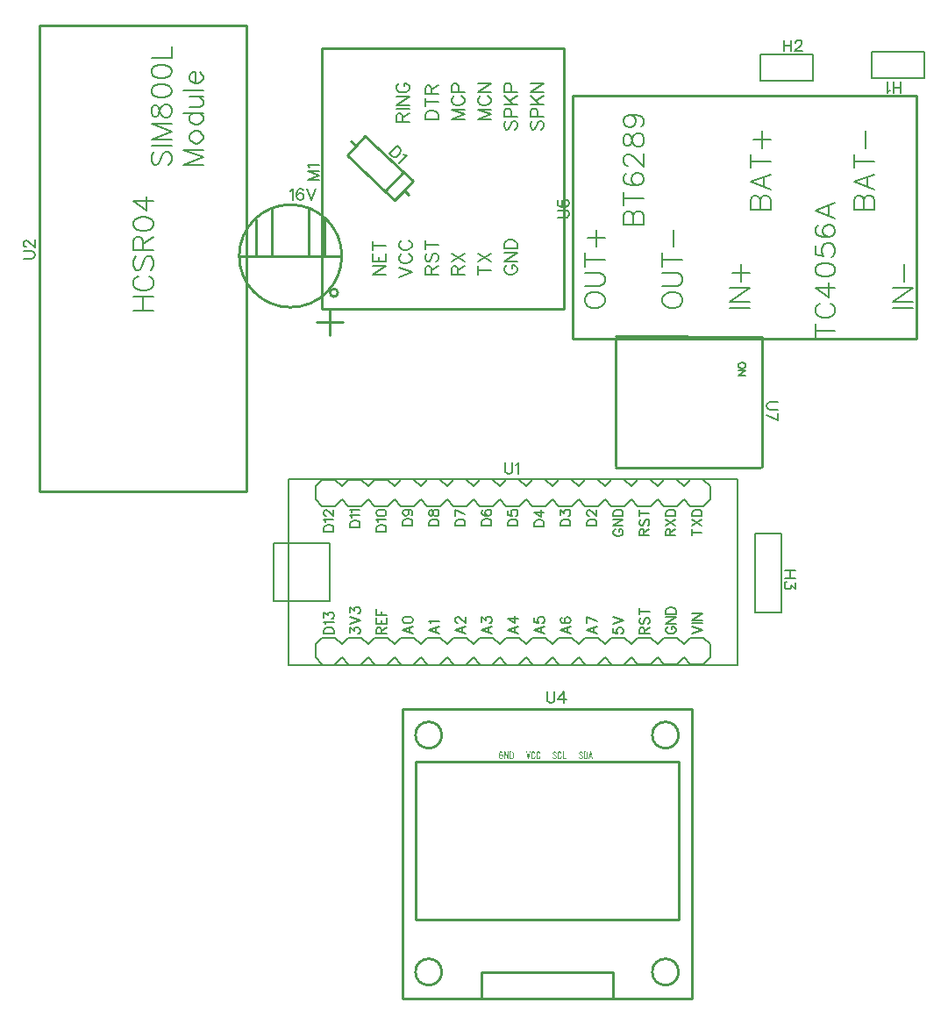
<source format=gto>
G04 Layer: TopSilkscreenLayer*
G04 EasyEDA v6.5.47, 2024-12-02 16:04:41*
G04 21ecff18f707448a99b4ba636b948567,dcd0ed1caef0489ea57f60499794c5f0,10*
G04 Gerber Generator version 0.2*
G04 Scale: 100 percent, Rotated: No, Reflected: No *
G04 Dimensions in inches *
G04 leading zeros omitted , absolute positions ,3 integer and 6 decimal *
%FSLAX36Y36*%
%MOIN*%

%ADD10C,0.0060*%
%ADD11C,0.0080*%
%ADD12C,0.0059*%
%ADD13C,0.0100*%
%ADD14C,0.0060*%
%ADD15C,0.0153*%

%LPD*%
G36*
X1424900Y173000D02*
G01*
X1421660Y172440D01*
X1419199Y170820D01*
X1417640Y168140D01*
X1417100Y164500D01*
X1417100Y153100D01*
X1417680Y149460D01*
X1419280Y146780D01*
X1421780Y145160D01*
X1425000Y144600D01*
X1428260Y145140D01*
X1430740Y146760D01*
X1432340Y149320D01*
X1432900Y152800D01*
X1432900Y159800D01*
X1425000Y159800D01*
X1425000Y157000D01*
X1429800Y157000D01*
X1429800Y152800D01*
X1429460Y150560D01*
X1428480Y148920D01*
X1426980Y147940D01*
X1425000Y147600D01*
X1423100Y147940D01*
X1421639Y148960D01*
X1420720Y150680D01*
X1420400Y153100D01*
X1420400Y164500D01*
X1420700Y166900D01*
X1421560Y168580D01*
X1422980Y169579D01*
X1424900Y169899D01*
X1426780Y169600D01*
X1428220Y168660D01*
X1429139Y167079D01*
X1429500Y164800D01*
X1432700Y164800D01*
X1432060Y168320D01*
X1430480Y170880D01*
X1428080Y172460D01*
G37*
G36*
X1437200Y172600D02*
G01*
X1437200Y145000D01*
X1440500Y145000D01*
X1440460Y159980D01*
X1440200Y166500D01*
X1440300Y166500D01*
X1443000Y159800D01*
X1449800Y145000D01*
X1453000Y145000D01*
X1453000Y172600D01*
X1449800Y172600D01*
X1449800Y159800D01*
X1449980Y155460D01*
X1450300Y151100D01*
X1450200Y151100D01*
X1448120Y155920D01*
X1440500Y172600D01*
G37*
G36*
X1458800Y172600D02*
G01*
X1458800Y169500D01*
X1465400Y169500D01*
X1467580Y169160D01*
X1469180Y168160D01*
X1470160Y166460D01*
X1470500Y164100D01*
X1470500Y153500D01*
X1470160Y151140D01*
X1469139Y149460D01*
X1467540Y148440D01*
X1465400Y148100D01*
X1462000Y148100D01*
X1462000Y169500D01*
X1458800Y169500D01*
X1458800Y145000D01*
X1465400Y145000D01*
X1468899Y145560D01*
X1471500Y147200D01*
X1473140Y149800D01*
X1473700Y153300D01*
X1473700Y164200D01*
X1473140Y167740D01*
X1471500Y170380D01*
X1468899Y172040D01*
X1465400Y172600D01*
G37*
G36*
X1547900Y173100D02*
G01*
X1544760Y172540D01*
X1542320Y170880D01*
X1540760Y168200D01*
X1540200Y164600D01*
X1540200Y153000D01*
X1540760Y149360D01*
X1542340Y146680D01*
X1544800Y145060D01*
X1548000Y144500D01*
X1551240Y145040D01*
X1553680Y146640D01*
X1555300Y149220D01*
X1556000Y152700D01*
X1552800Y152700D01*
X1552340Y150460D01*
X1551380Y148880D01*
X1549940Y147920D01*
X1548000Y147600D01*
X1546160Y147920D01*
X1544740Y148920D01*
X1543820Y150600D01*
X1543500Y153000D01*
X1543500Y164600D01*
X1543800Y167000D01*
X1544680Y168680D01*
X1546080Y169680D01*
X1547900Y170000D01*
X1549780Y169700D01*
X1551220Y168760D01*
X1552180Y167140D01*
X1552600Y164800D01*
X1555800Y164800D01*
X1555140Y168380D01*
X1553540Y170980D01*
X1551080Y172560D01*
G37*
G36*
X1567000Y173100D02*
G01*
X1563880Y172540D01*
X1561480Y170880D01*
X1559940Y168200D01*
X1559400Y164600D01*
X1559400Y153000D01*
X1559960Y149360D01*
X1561519Y146680D01*
X1563959Y145060D01*
X1567100Y144500D01*
X1570340Y145040D01*
X1572800Y146640D01*
X1574440Y149220D01*
X1575200Y152700D01*
X1572000Y152700D01*
X1571519Y150460D01*
X1570520Y148880D01*
X1569040Y147920D01*
X1567100Y147600D01*
X1565260Y147920D01*
X1563839Y148920D01*
X1562920Y150600D01*
X1562600Y153000D01*
X1562600Y164600D01*
X1562920Y167000D01*
X1563820Y168680D01*
X1565220Y169680D01*
X1567000Y170000D01*
X1568940Y169700D01*
X1570380Y168760D01*
X1571339Y167140D01*
X1571800Y164800D01*
X1575000Y164800D01*
X1574300Y168380D01*
X1572680Y170980D01*
X1570240Y172560D01*
G37*
G36*
X1520400Y172600D02*
G01*
X1527200Y145000D01*
X1530900Y145000D01*
X1537800Y172600D01*
X1534300Y172600D01*
X1530180Y154440D01*
X1529100Y149200D01*
X1529000Y149200D01*
X1527500Y156400D01*
X1523700Y172600D01*
G37*
G36*
X1628899Y173100D02*
G01*
X1625900Y172580D01*
X1623600Y171119D01*
X1622120Y168920D01*
X1621600Y166200D01*
X1621840Y164340D01*
X1622480Y162760D01*
X1623440Y161400D01*
X1624660Y160260D01*
X1626040Y159240D01*
X1630340Y156540D01*
X1631560Y155620D01*
X1632520Y154580D01*
X1633160Y153380D01*
X1633400Y152000D01*
X1633140Y150220D01*
X1632320Y148820D01*
X1630960Y147920D01*
X1629000Y147600D01*
X1627160Y147900D01*
X1625720Y148780D01*
X1624780Y150260D01*
X1624400Y152300D01*
X1621100Y152300D01*
X1621720Y149060D01*
X1623320Y146600D01*
X1625800Y145040D01*
X1629000Y144500D01*
X1632320Y145120D01*
X1634720Y146780D01*
X1636200Y149180D01*
X1636699Y152000D01*
X1636459Y153940D01*
X1635820Y155560D01*
X1634840Y156940D01*
X1633620Y158100D01*
X1632220Y159120D01*
X1627880Y161759D01*
X1626660Y162680D01*
X1625680Y163680D01*
X1625040Y164840D01*
X1624800Y166200D01*
X1625100Y167760D01*
X1625920Y168960D01*
X1627240Y169720D01*
X1629000Y170000D01*
X1630640Y169720D01*
X1631920Y168880D01*
X1632760Y167460D01*
X1633100Y165500D01*
X1636399Y165500D01*
X1635800Y168580D01*
X1634300Y170980D01*
X1631980Y172540D01*
G37*
G36*
X1647800Y173100D02*
G01*
X1644680Y172540D01*
X1642280Y170880D01*
X1640740Y168200D01*
X1640200Y164600D01*
X1640200Y153000D01*
X1640760Y149360D01*
X1642320Y146680D01*
X1644760Y145060D01*
X1647900Y144500D01*
X1651140Y145040D01*
X1653580Y146640D01*
X1655200Y149220D01*
X1655900Y152700D01*
X1652800Y152700D01*
X1652280Y150460D01*
X1651279Y148880D01*
X1649840Y147920D01*
X1647900Y147600D01*
X1646060Y147920D01*
X1644640Y148920D01*
X1643720Y150600D01*
X1643400Y153000D01*
X1643400Y164600D01*
X1643720Y167000D01*
X1644620Y168680D01*
X1646020Y169680D01*
X1647800Y170000D01*
X1649740Y169700D01*
X1651180Y168760D01*
X1652140Y167140D01*
X1652600Y164800D01*
X1655700Y164800D01*
X1655060Y168380D01*
X1653480Y170980D01*
X1651040Y172560D01*
G37*
G36*
X1660000Y172600D02*
G01*
X1660000Y145000D01*
X1672900Y145000D01*
X1672900Y148100D01*
X1663300Y148100D01*
X1663300Y172600D01*
G37*
G36*
X1728899Y173100D02*
G01*
X1725900Y172580D01*
X1723600Y171119D01*
X1722120Y168920D01*
X1721600Y166200D01*
X1721840Y164340D01*
X1722480Y162760D01*
X1723440Y161400D01*
X1724660Y160260D01*
X1726040Y159240D01*
X1730340Y156540D01*
X1731560Y155620D01*
X1732520Y154580D01*
X1733160Y153380D01*
X1733400Y152000D01*
X1733140Y150220D01*
X1732320Y148820D01*
X1730960Y147920D01*
X1729000Y147600D01*
X1727160Y147900D01*
X1725720Y148780D01*
X1724780Y150260D01*
X1724400Y152300D01*
X1721100Y152300D01*
X1721720Y149060D01*
X1723320Y146600D01*
X1725800Y145040D01*
X1729000Y144500D01*
X1732320Y145120D01*
X1734720Y146780D01*
X1736200Y149180D01*
X1736699Y152000D01*
X1736459Y153940D01*
X1735820Y155560D01*
X1734840Y156940D01*
X1733620Y158100D01*
X1732220Y159120D01*
X1727880Y161759D01*
X1726660Y162680D01*
X1725680Y163680D01*
X1725040Y164840D01*
X1724800Y166200D01*
X1725100Y167760D01*
X1725920Y168960D01*
X1727240Y169720D01*
X1729000Y170000D01*
X1730640Y169720D01*
X1731920Y168880D01*
X1732760Y167460D01*
X1733100Y165500D01*
X1736399Y165500D01*
X1735800Y168580D01*
X1734300Y170980D01*
X1731980Y172540D01*
G37*
G36*
X1740600Y172600D02*
G01*
X1740600Y169500D01*
X1747100Y169500D01*
X1749280Y169160D01*
X1750880Y168160D01*
X1751860Y166460D01*
X1752200Y164100D01*
X1752200Y153500D01*
X1751860Y151140D01*
X1750880Y149460D01*
X1749280Y148440D01*
X1747100Y148100D01*
X1743800Y148100D01*
X1743800Y169500D01*
X1740600Y169500D01*
X1740600Y145000D01*
X1747100Y145000D01*
X1750600Y145560D01*
X1753200Y147200D01*
X1754840Y149800D01*
X1755400Y153300D01*
X1755400Y164200D01*
X1754840Y167740D01*
X1753240Y170380D01*
X1750640Y172040D01*
X1747100Y172600D01*
G37*
G36*
X1764400Y172600D02*
G01*
X1759682Y154000D01*
X1762900Y154000D01*
X1765500Y164720D01*
X1766100Y168500D01*
X1766300Y168500D01*
X1766639Y166160D01*
X1767200Y163299D01*
X1769500Y154000D01*
X1759682Y154000D01*
X1757400Y145000D01*
X1760700Y145000D01*
X1762200Y151000D01*
X1770200Y151000D01*
X1771699Y145000D01*
X1775000Y145000D01*
X1768000Y172600D01*
G37*
D10*
X2945000Y2674600D02*
G01*
X2945000Y2717500D01*
X2916400Y2674600D02*
G01*
X2916400Y2717500D01*
X2945000Y2695000D02*
G01*
X2916400Y2695000D01*
X2902899Y2682800D02*
G01*
X2898800Y2680700D01*
X2892600Y2674600D01*
X2892600Y2717500D01*
X2500000Y2875399D02*
G01*
X2500000Y2832500D01*
X2528599Y2875399D02*
G01*
X2528599Y2832500D01*
X2500000Y2855000D02*
G01*
X2528599Y2855000D01*
X2544200Y2865200D02*
G01*
X2544200Y2867199D01*
X2546199Y2871300D01*
X2548299Y2873400D01*
X2552399Y2875399D01*
X2560500Y2875399D01*
X2564600Y2873400D01*
X2566700Y2871300D01*
X2568699Y2867199D01*
X2568699Y2863099D01*
X2566700Y2859000D01*
X2562600Y2852899D01*
X2542100Y2832500D01*
X2570799Y2832500D01*
X625000Y2302199D02*
G01*
X629099Y2304299D01*
X635199Y2310399D01*
X635199Y2267500D01*
X673299Y2304299D02*
G01*
X671199Y2308400D01*
X665100Y2310399D01*
X660999Y2310399D01*
X654899Y2308400D01*
X650799Y2302199D01*
X648699Y2291999D01*
X648699Y2281799D01*
X650799Y2273600D01*
X654899Y2269499D01*
X660999Y2267500D01*
X663000Y2267500D01*
X669200Y2269499D01*
X673299Y2273600D01*
X675300Y2279699D01*
X675300Y2281799D01*
X673299Y2287899D01*
X669200Y2291999D01*
X663000Y2294000D01*
X660999Y2294000D01*
X654899Y2291999D01*
X650799Y2287899D01*
X648699Y2281799D01*
X688800Y2310399D02*
G01*
X705199Y2267500D01*
X721500Y2310399D02*
G01*
X705199Y2267500D01*
X1029569Y2473904D02*
G01*
X1000311Y2442530D01*
X1029569Y2473904D02*
G01*
X1040027Y2464151D01*
X1043198Y2458461D01*
X1043326Y2452734D01*
X1042066Y2448303D01*
X1039300Y2442404D01*
X1032344Y2434946D01*
X1026721Y2431848D01*
X1022389Y2430282D01*
X1016667Y2430010D01*
X1010770Y2432777D01*
X1000311Y2442530D01*
X1054767Y2439194D02*
G01*
X1059197Y2437935D01*
X1067892Y2438168D01*
X1038634Y2406792D01*
X689600Y2345000D02*
G01*
X732500Y2345000D01*
X689600Y2345000D02*
G01*
X732500Y2361399D01*
X689600Y2377700D02*
G01*
X732500Y2361399D01*
X689600Y2377700D02*
G01*
X732500Y2377700D01*
X697800Y2391199D02*
G01*
X695700Y2395300D01*
X689600Y2401500D01*
X732500Y2401500D01*
D11*
X107300Y2450900D02*
G01*
X100000Y2443600D01*
X96399Y2432700D01*
X96399Y2418200D01*
X100000Y2407300D01*
X107300Y2400000D01*
X114499Y2400000D01*
X121799Y2403600D01*
X125500Y2407300D01*
X129099Y2414499D01*
X136399Y2436399D01*
X140000Y2443600D01*
X143600Y2447300D01*
X150900Y2450900D01*
X161799Y2450900D01*
X169099Y2443600D01*
X172699Y2432700D01*
X172699Y2418200D01*
X169099Y2407300D01*
X161799Y2400000D01*
X96399Y2474899D02*
G01*
X172699Y2474899D01*
X96399Y2498899D02*
G01*
X172699Y2498899D01*
X96399Y2498899D02*
G01*
X172699Y2528000D01*
X96399Y2557100D02*
G01*
X172699Y2528000D01*
X96399Y2557100D02*
G01*
X172699Y2557100D01*
X96399Y2599299D02*
G01*
X100000Y2588400D01*
X107300Y2584699D01*
X114499Y2584699D01*
X121799Y2588400D01*
X125500Y2595599D01*
X129099Y2610200D01*
X132699Y2621100D01*
X140000Y2628400D01*
X147300Y2631999D01*
X158200Y2631999D01*
X165500Y2628400D01*
X169099Y2624699D01*
X172699Y2613800D01*
X172699Y2599299D01*
X169099Y2588400D01*
X165500Y2584699D01*
X158200Y2581100D01*
X147300Y2581100D01*
X140000Y2584699D01*
X132699Y2591999D01*
X129099Y2602899D01*
X125500Y2617500D01*
X121799Y2624699D01*
X114499Y2628400D01*
X107300Y2628400D01*
X100000Y2624699D01*
X96399Y2613800D01*
X96399Y2599299D01*
X96399Y2677800D02*
G01*
X100000Y2666900D01*
X110900Y2659600D01*
X129099Y2655999D01*
X140000Y2655999D01*
X158200Y2659600D01*
X169099Y2666900D01*
X172699Y2677800D01*
X172699Y2685100D01*
X169099Y2695999D01*
X158200Y2703299D01*
X140000Y2706900D01*
X129099Y2706900D01*
X110900Y2703299D01*
X100000Y2695999D01*
X96399Y2685100D01*
X96399Y2677800D01*
X96399Y2752700D02*
G01*
X100000Y2741799D01*
X110900Y2734499D01*
X129099Y2730900D01*
X140000Y2730900D01*
X158200Y2734499D01*
X169099Y2741799D01*
X172699Y2752700D01*
X172699Y2760000D01*
X169099Y2770900D01*
X158200Y2778200D01*
X140000Y2781799D01*
X129099Y2781799D01*
X110900Y2778200D01*
X100000Y2770900D01*
X96399Y2760000D01*
X96399Y2752700D01*
X96399Y2805799D02*
G01*
X172699Y2805799D01*
X172699Y2805799D02*
G01*
X172699Y2849499D01*
X216399Y2400000D02*
G01*
X292699Y2400000D01*
X216399Y2400000D02*
G01*
X292699Y2429099D01*
X216399Y2458200D02*
G01*
X292699Y2429099D01*
X216399Y2458200D02*
G01*
X292699Y2458200D01*
X241799Y2500399D02*
G01*
X245500Y2493099D01*
X252699Y2485799D01*
X263600Y2482199D01*
X270900Y2482199D01*
X281799Y2485799D01*
X289099Y2493099D01*
X292699Y2500399D01*
X292699Y2511300D01*
X289099Y2518499D01*
X281799Y2525799D01*
X270900Y2529499D01*
X263600Y2529499D01*
X252699Y2525799D01*
X245500Y2518499D01*
X241799Y2511300D01*
X241799Y2500399D01*
X216399Y2597100D02*
G01*
X292699Y2597100D01*
X252699Y2597100D02*
G01*
X245500Y2589800D01*
X241799Y2582500D01*
X241799Y2571599D01*
X245500Y2564400D01*
X252699Y2557100D01*
X263600Y2553499D01*
X270900Y2553499D01*
X281799Y2557100D01*
X289099Y2564400D01*
X292699Y2571599D01*
X292699Y2582500D01*
X289099Y2589800D01*
X281799Y2597100D01*
X241799Y2621100D02*
G01*
X278200Y2621100D01*
X289099Y2624699D01*
X292699Y2631999D01*
X292699Y2642899D01*
X289099Y2650200D01*
X278200Y2661100D01*
X241799Y2661100D02*
G01*
X292699Y2661100D01*
X216399Y2685100D02*
G01*
X292699Y2685100D01*
X263600Y2709099D02*
G01*
X263600Y2752700D01*
X256399Y2752700D01*
X249099Y2749099D01*
X245500Y2745500D01*
X241799Y2738200D01*
X241799Y2727300D01*
X245500Y2720000D01*
X252699Y2712700D01*
X263600Y2709099D01*
X270900Y2709099D01*
X281799Y2712700D01*
X289099Y2720000D01*
X292699Y2727300D01*
X292699Y2738200D01*
X289099Y2745500D01*
X281799Y2752700D01*
X1448699Y2019899D02*
G01*
X1444099Y2017600D01*
X1439399Y2012899D01*
X1437100Y2008299D01*
X1437100Y1999000D01*
X1439399Y1994299D01*
X1444099Y1989699D01*
X1448699Y1987300D01*
X1455699Y1985000D01*
X1467299Y1985000D01*
X1474300Y1987300D01*
X1478999Y1989699D01*
X1483599Y1994299D01*
X1485900Y1999000D01*
X1485900Y2008299D01*
X1483599Y2012899D01*
X1478999Y2017600D01*
X1474300Y2019899D01*
X1467299Y2019899D01*
X1467299Y2008299D02*
G01*
X1467299Y2019899D01*
X1437100Y2035300D02*
G01*
X1485900Y2035300D01*
X1437100Y2035300D02*
G01*
X1485900Y2067800D01*
X1437100Y2067800D02*
G01*
X1485900Y2067800D01*
X1437100Y2083200D02*
G01*
X1485900Y2083200D01*
X1437100Y2083200D02*
G01*
X1437100Y2099499D01*
X1439399Y2106399D01*
X1444099Y2111100D01*
X1448699Y2113400D01*
X1455699Y2115700D01*
X1467299Y2115700D01*
X1474300Y2113400D01*
X1478999Y2111100D01*
X1483599Y2106399D01*
X1485900Y2099499D01*
X1485900Y2083200D01*
X1337100Y2001300D02*
G01*
X1385900Y2001300D01*
X1337100Y1985000D02*
G01*
X1337100Y2017600D01*
X1337100Y2032899D02*
G01*
X1385900Y2065500D01*
X1337100Y2065500D02*
G01*
X1385900Y2032899D01*
X1237100Y1985000D02*
G01*
X1285900Y1985000D01*
X1237100Y1985000D02*
G01*
X1237100Y2005900D01*
X1239399Y2012899D01*
X1241700Y2015199D01*
X1246400Y2017600D01*
X1251000Y2017600D01*
X1255699Y2015199D01*
X1258000Y2012899D01*
X1260299Y2005900D01*
X1260299Y1985000D01*
X1260299Y2001300D02*
G01*
X1285900Y2017600D01*
X1237100Y2032899D02*
G01*
X1285900Y2065500D01*
X1237100Y2065500D02*
G01*
X1285900Y2032899D01*
X1137100Y1985000D02*
G01*
X1185900Y1985000D01*
X1137100Y1985000D02*
G01*
X1137100Y2005900D01*
X1139399Y2012899D01*
X1141700Y2015199D01*
X1146400Y2017600D01*
X1151000Y2017600D01*
X1155699Y2015199D01*
X1158000Y2012899D01*
X1160299Y2005900D01*
X1160299Y1985000D01*
X1160299Y2001300D02*
G01*
X1185900Y2017600D01*
X1144099Y2065500D02*
G01*
X1139399Y2060799D01*
X1137100Y2053899D01*
X1137100Y2044600D01*
X1139399Y2037600D01*
X1144099Y2032899D01*
X1148699Y2032899D01*
X1153400Y2035300D01*
X1155699Y2037600D01*
X1158000Y2042199D01*
X1162700Y2056199D01*
X1165000Y2060799D01*
X1167299Y2063200D01*
X1171999Y2065500D01*
X1178999Y2065500D01*
X1183599Y2060799D01*
X1185900Y2053899D01*
X1185900Y2044600D01*
X1183599Y2037600D01*
X1178999Y2032899D01*
X1137100Y2097100D02*
G01*
X1185900Y2097100D01*
X1137100Y2080799D02*
G01*
X1137100Y2113400D01*
X1137100Y2575000D02*
G01*
X1185900Y2575000D01*
X1137100Y2575000D02*
G01*
X1137100Y2591300D01*
X1139399Y2598299D01*
X1144099Y2602899D01*
X1148699Y2605200D01*
X1155699Y2607600D01*
X1167299Y2607600D01*
X1174300Y2605200D01*
X1178999Y2602899D01*
X1183599Y2598299D01*
X1185900Y2591300D01*
X1185900Y2575000D01*
X1137100Y2639200D02*
G01*
X1185900Y2639200D01*
X1137100Y2622899D02*
G01*
X1137100Y2655500D01*
X1137100Y2670799D02*
G01*
X1185900Y2670799D01*
X1137100Y2670799D02*
G01*
X1137100Y2691799D01*
X1139399Y2698800D01*
X1141700Y2701100D01*
X1146400Y2703400D01*
X1151000Y2703400D01*
X1155699Y2701100D01*
X1158000Y2698800D01*
X1160299Y2691799D01*
X1160299Y2670799D01*
X1160299Y2687100D02*
G01*
X1185900Y2703400D01*
X1237100Y2575000D02*
G01*
X1285900Y2575000D01*
X1237100Y2575000D02*
G01*
X1285900Y2593600D01*
X1237100Y2612199D02*
G01*
X1285900Y2593600D01*
X1237100Y2612199D02*
G01*
X1285900Y2612199D01*
X1248699Y2662500D02*
G01*
X1244099Y2660100D01*
X1239399Y2655500D01*
X1237100Y2650799D01*
X1237100Y2641500D01*
X1239399Y2636900D01*
X1244099Y2632199D01*
X1248699Y2629899D01*
X1255699Y2627600D01*
X1267299Y2627600D01*
X1274300Y2629899D01*
X1278999Y2632199D01*
X1283599Y2636900D01*
X1285900Y2641500D01*
X1285900Y2650799D01*
X1283599Y2655500D01*
X1278999Y2660100D01*
X1274300Y2662500D01*
X1237100Y2677800D02*
G01*
X1285900Y2677800D01*
X1237100Y2677800D02*
G01*
X1237100Y2698800D01*
X1239399Y2705700D01*
X1241700Y2708099D01*
X1246400Y2710399D01*
X1253400Y2710399D01*
X1258000Y2708099D01*
X1260299Y2705700D01*
X1262700Y2698800D01*
X1262700Y2677800D01*
X1337100Y2575000D02*
G01*
X1385900Y2575000D01*
X1337100Y2575000D02*
G01*
X1385900Y2593600D01*
X1337100Y2612199D02*
G01*
X1385900Y2593600D01*
X1337100Y2612199D02*
G01*
X1385900Y2612199D01*
X1348699Y2662500D02*
G01*
X1344099Y2660100D01*
X1339399Y2655500D01*
X1337100Y2650799D01*
X1337100Y2641500D01*
X1339399Y2636900D01*
X1344099Y2632199D01*
X1348699Y2629899D01*
X1355699Y2627600D01*
X1367299Y2627600D01*
X1374300Y2629899D01*
X1378999Y2632199D01*
X1383599Y2636900D01*
X1385900Y2641500D01*
X1385900Y2650799D01*
X1383599Y2655500D01*
X1378999Y2660100D01*
X1374300Y2662500D01*
X1337100Y2677800D02*
G01*
X1385900Y2677800D01*
X1337100Y2677800D02*
G01*
X1385900Y2710399D01*
X1337100Y2710399D02*
G01*
X1385900Y2710399D01*
X1444099Y2567600D02*
G01*
X1439399Y2562899D01*
X1437100Y2555900D01*
X1437100Y2546599D01*
X1439399Y2539699D01*
X1444099Y2535000D01*
X1448699Y2535000D01*
X1453400Y2537300D01*
X1455699Y2539699D01*
X1458000Y2544299D01*
X1462700Y2558299D01*
X1465000Y2562899D01*
X1467299Y2565200D01*
X1471999Y2567600D01*
X1478999Y2567600D01*
X1483599Y2562899D01*
X1485900Y2555900D01*
X1485900Y2546599D01*
X1483599Y2539699D01*
X1478999Y2535000D01*
X1437100Y2582899D02*
G01*
X1485900Y2582899D01*
X1437100Y2582899D02*
G01*
X1437100Y2603899D01*
X1439399Y2610799D01*
X1441700Y2613200D01*
X1446400Y2615500D01*
X1453400Y2615500D01*
X1458000Y2613200D01*
X1460299Y2610799D01*
X1462700Y2603899D01*
X1462700Y2582899D01*
X1437100Y2630799D02*
G01*
X1485900Y2630799D01*
X1437100Y2663400D02*
G01*
X1469700Y2630799D01*
X1458000Y2642500D02*
G01*
X1485900Y2663400D01*
X1437100Y2678800D02*
G01*
X1485900Y2678800D01*
X1437100Y2678800D02*
G01*
X1437100Y2699699D01*
X1439399Y2706700D01*
X1441700Y2709000D01*
X1446400Y2711300D01*
X1453400Y2711300D01*
X1458000Y2709000D01*
X1460299Y2706700D01*
X1462700Y2699699D01*
X1462700Y2678800D01*
X1544099Y2567600D02*
G01*
X1539399Y2562899D01*
X1537100Y2555900D01*
X1537100Y2546599D01*
X1539399Y2539699D01*
X1544099Y2535000D01*
X1548699Y2535000D01*
X1553400Y2537300D01*
X1555699Y2539699D01*
X1558000Y2544299D01*
X1562700Y2558299D01*
X1565000Y2562899D01*
X1567299Y2565200D01*
X1571999Y2567600D01*
X1578999Y2567600D01*
X1583599Y2562899D01*
X1585900Y2555900D01*
X1585900Y2546599D01*
X1583599Y2539699D01*
X1578999Y2535000D01*
X1537100Y2582899D02*
G01*
X1585900Y2582899D01*
X1537100Y2582899D02*
G01*
X1537100Y2603899D01*
X1539399Y2610799D01*
X1541700Y2613200D01*
X1546400Y2615500D01*
X1553400Y2615500D01*
X1558000Y2613200D01*
X1560299Y2610799D01*
X1562700Y2603899D01*
X1562700Y2582899D01*
X1537100Y2630799D02*
G01*
X1585900Y2630799D01*
X1537100Y2663400D02*
G01*
X1569700Y2630799D01*
X1558000Y2642500D02*
G01*
X1585900Y2663400D01*
X1537100Y2678800D02*
G01*
X1585900Y2678800D01*
X1537100Y2678800D02*
G01*
X1585900Y2711300D01*
X1537100Y2711300D02*
G01*
X1585900Y2711300D01*
X1037100Y1975000D02*
G01*
X1085900Y1993600D01*
X1037100Y2012199D02*
G01*
X1085900Y1993600D01*
X1048699Y2062500D02*
G01*
X1044099Y2060100D01*
X1039399Y2055500D01*
X1037100Y2050799D01*
X1037100Y2041500D01*
X1039399Y2036900D01*
X1044099Y2032199D01*
X1048699Y2029899D01*
X1055699Y2027600D01*
X1067299Y2027600D01*
X1074300Y2029899D01*
X1078999Y2032199D01*
X1083599Y2036900D01*
X1085900Y2041500D01*
X1085900Y2050799D01*
X1083599Y2055500D01*
X1078999Y2060100D01*
X1074300Y2062500D01*
X1048699Y2112700D02*
G01*
X1044099Y2110399D01*
X1039399Y2105700D01*
X1037100Y2101100D01*
X1037100Y2091799D01*
X1039399Y2087100D01*
X1044099Y2082500D01*
X1048699Y2080199D01*
X1055699Y2077800D01*
X1067299Y2077800D01*
X1074300Y2080199D01*
X1078999Y2082500D01*
X1083599Y2087100D01*
X1085900Y2091799D01*
X1085900Y2101100D01*
X1083599Y2105700D01*
X1078999Y2110399D01*
X1074300Y2112700D01*
X937100Y1985000D02*
G01*
X985900Y1985000D01*
X937100Y1985000D02*
G01*
X985900Y2017600D01*
X937100Y2017600D02*
G01*
X985900Y2017600D01*
X937100Y2032899D02*
G01*
X985900Y2032899D01*
X937100Y2032899D02*
G01*
X937100Y2063200D01*
X960299Y2032899D02*
G01*
X960299Y2051500D01*
X985900Y2032899D02*
G01*
X985900Y2063200D01*
X937100Y2094800D02*
G01*
X985900Y2094800D01*
X937100Y2078499D02*
G01*
X937100Y2111100D01*
X1027100Y2565000D02*
G01*
X1075900Y2565000D01*
X1027100Y2565000D02*
G01*
X1027100Y2585900D01*
X1029399Y2592899D01*
X1031700Y2595200D01*
X1036400Y2597600D01*
X1041000Y2597600D01*
X1045699Y2595200D01*
X1048000Y2592899D01*
X1050299Y2585900D01*
X1050299Y2565000D01*
X1050299Y2581300D02*
G01*
X1075900Y2597600D01*
X1027100Y2612899D02*
G01*
X1075900Y2612899D01*
X1027100Y2628299D02*
G01*
X1075900Y2628299D01*
X1027100Y2628299D02*
G01*
X1075900Y2660799D01*
X1027100Y2660799D02*
G01*
X1075900Y2660799D01*
X1038699Y2711100D02*
G01*
X1034099Y2708800D01*
X1029399Y2704099D01*
X1027100Y2699499D01*
X1027100Y2690200D01*
X1029399Y2685500D01*
X1034099Y2680900D01*
X1038699Y2678499D01*
X1045699Y2676199D01*
X1057299Y2676199D01*
X1064300Y2678499D01*
X1068999Y2680900D01*
X1073599Y2685500D01*
X1075900Y2690200D01*
X1075900Y2699499D01*
X1073599Y2704099D01*
X1068999Y2708800D01*
X1064300Y2711100D01*
X1057299Y2711100D01*
X1057299Y2699499D02*
G01*
X1057299Y2711100D01*
D10*
X1440000Y1270399D02*
G01*
X1440000Y1239699D01*
X1441999Y1233600D01*
X1446099Y1229499D01*
X1452299Y1227500D01*
X1456400Y1227500D01*
X1462500Y1229499D01*
X1466599Y1233600D01*
X1468599Y1239699D01*
X1468599Y1270399D01*
X1482100Y1262199D02*
G01*
X1486199Y1264299D01*
X1492399Y1270399D01*
X1492399Y1227500D01*
D12*
X751875Y619171D02*
G01*
X789475Y619171D01*
X751875Y619171D02*
G01*
X751875Y631671D01*
X753674Y637071D01*
X757175Y640671D01*
X760775Y642471D01*
X766175Y644270D01*
X775074Y644270D01*
X780474Y642471D01*
X784075Y640671D01*
X787674Y637071D01*
X789475Y631671D01*
X789475Y619171D01*
X758975Y656071D02*
G01*
X757175Y659571D01*
X751875Y664971D01*
X789475Y664971D01*
X751875Y680371D02*
G01*
X751875Y700070D01*
X766175Y689371D01*
X766175Y694670D01*
X767974Y698270D01*
X769774Y700070D01*
X775074Y701871D01*
X778675Y701871D01*
X784075Y700070D01*
X787674Y696471D01*
X789475Y691071D01*
X789475Y685770D01*
X787674Y680371D01*
X785874Y678571D01*
X782274Y676770D01*
X851872Y622768D02*
G01*
X851872Y642469D01*
X866172Y631669D01*
X866172Y637069D01*
X867973Y640668D01*
X869772Y642469D01*
X875073Y644268D01*
X878672Y644268D01*
X884072Y642469D01*
X887673Y638868D01*
X889472Y633469D01*
X889472Y628069D01*
X887673Y622768D01*
X885873Y620969D01*
X882272Y619169D01*
X851872Y656069D02*
G01*
X889472Y670369D01*
X851872Y684668D02*
G01*
X889472Y670369D01*
X851872Y700068D02*
G01*
X851872Y719769D01*
X866172Y708969D01*
X866172Y714369D01*
X867973Y717968D01*
X869772Y719769D01*
X875073Y721568D01*
X878672Y721568D01*
X884072Y719769D01*
X887673Y716168D01*
X889472Y710769D01*
X889472Y705468D01*
X887673Y700068D01*
X885873Y698269D01*
X882272Y696469D01*
X951872Y619169D02*
G01*
X989472Y619169D01*
X951872Y619169D02*
G01*
X951872Y635268D01*
X953672Y640668D01*
X955473Y642469D01*
X958972Y644268D01*
X962573Y644268D01*
X966172Y642469D01*
X967973Y640668D01*
X969772Y635268D01*
X969772Y619169D01*
X969772Y631669D02*
G01*
X989472Y644268D01*
X951872Y656069D02*
G01*
X989472Y656069D01*
X951872Y656069D02*
G01*
X951872Y679268D01*
X969772Y656069D02*
G01*
X969772Y670369D01*
X989472Y656069D02*
G01*
X989472Y679268D01*
X951872Y691069D02*
G01*
X989472Y691069D01*
X951872Y691069D02*
G01*
X951872Y714369D01*
X969772Y691069D02*
G01*
X969772Y705468D01*
X1051873Y633470D02*
G01*
X1089474Y619169D01*
X1051873Y633470D02*
G01*
X1089474Y647770D01*
X1076873Y624569D02*
G01*
X1076873Y642469D01*
X1051873Y670369D02*
G01*
X1053674Y664969D01*
X1058973Y661370D01*
X1067974Y659569D01*
X1073274Y659569D01*
X1082273Y661370D01*
X1087673Y664969D01*
X1089474Y670369D01*
X1089474Y673969D01*
X1087673Y679270D01*
X1082273Y682869D01*
X1073274Y684670D01*
X1067974Y684670D01*
X1058973Y682869D01*
X1053674Y679270D01*
X1051873Y673969D01*
X1051873Y670369D01*
X1151872Y633469D02*
G01*
X1189472Y619169D01*
X1151872Y633469D02*
G01*
X1189472Y647768D01*
X1176872Y624569D02*
G01*
X1176872Y642469D01*
X1158972Y659569D02*
G01*
X1157173Y663168D01*
X1151872Y668569D01*
X1189472Y668569D01*
X1251873Y633470D02*
G01*
X1289474Y619169D01*
X1251873Y633470D02*
G01*
X1289474Y647770D01*
X1276873Y624569D02*
G01*
X1276873Y642469D01*
X1260774Y661370D02*
G01*
X1258973Y661370D01*
X1255474Y663170D01*
X1253674Y664969D01*
X1251873Y668569D01*
X1251873Y675670D01*
X1253674Y679270D01*
X1255474Y681069D01*
X1258973Y682869D01*
X1262574Y682869D01*
X1266174Y681069D01*
X1271574Y677469D01*
X1289474Y659569D01*
X1289474Y684670D01*
X1351873Y633470D02*
G01*
X1389474Y619169D01*
X1351873Y633470D02*
G01*
X1389474Y647770D01*
X1376873Y624569D02*
G01*
X1376873Y642469D01*
X1351873Y663170D02*
G01*
X1351873Y682869D01*
X1366174Y672170D01*
X1366174Y677469D01*
X1367974Y681069D01*
X1369773Y682869D01*
X1375074Y684670D01*
X1378674Y684670D01*
X1384074Y682869D01*
X1387673Y679270D01*
X1389474Y673969D01*
X1389474Y668569D01*
X1387673Y663170D01*
X1385874Y661370D01*
X1382273Y659569D01*
X1451875Y633470D02*
G01*
X1489475Y619171D01*
X1451875Y633470D02*
G01*
X1489475Y647770D01*
X1476875Y624571D02*
G01*
X1476875Y642471D01*
X1451875Y677471D02*
G01*
X1476875Y659571D01*
X1476875Y686471D01*
X1451875Y677471D02*
G01*
X1489475Y677471D01*
X1551873Y633470D02*
G01*
X1589474Y619169D01*
X1551873Y633470D02*
G01*
X1589474Y647770D01*
X1576873Y624569D02*
G01*
X1576873Y642469D01*
X1551873Y681069D02*
G01*
X1551873Y663170D01*
X1567974Y661370D01*
X1566174Y663170D01*
X1564373Y668569D01*
X1564373Y673969D01*
X1566174Y679270D01*
X1569773Y682869D01*
X1575074Y684670D01*
X1578674Y684670D01*
X1584074Y682869D01*
X1587673Y679270D01*
X1589474Y673969D01*
X1589474Y668569D01*
X1587673Y663170D01*
X1585874Y661370D01*
X1582273Y659569D01*
X1651875Y633470D02*
G01*
X1689475Y619171D01*
X1651875Y633470D02*
G01*
X1689475Y647770D01*
X1676875Y624571D02*
G01*
X1676875Y642471D01*
X1657174Y681071D02*
G01*
X1653675Y679270D01*
X1651875Y673971D01*
X1651875Y670371D01*
X1653675Y664971D01*
X1658975Y661370D01*
X1667974Y659571D01*
X1676875Y659571D01*
X1684075Y661370D01*
X1687674Y664971D01*
X1689475Y670371D01*
X1689475Y672170D01*
X1687674Y677471D01*
X1684075Y681071D01*
X1678675Y682871D01*
X1676875Y682871D01*
X1671575Y681071D01*
X1667974Y677471D01*
X1666175Y672170D01*
X1666175Y670371D01*
X1667974Y664971D01*
X1671575Y661370D01*
X1676875Y659571D01*
X1751873Y633470D02*
G01*
X1789474Y619169D01*
X1751873Y633470D02*
G01*
X1789474Y647770D01*
X1776873Y624569D02*
G01*
X1776873Y642469D01*
X1751873Y684670D02*
G01*
X1789474Y666770D01*
X1751873Y659569D02*
G01*
X1751873Y684670D01*
X1851873Y640670D02*
G01*
X1851873Y622770D01*
X1867974Y620970D01*
X1866174Y622770D01*
X1864373Y628069D01*
X1864373Y633470D01*
X1866174Y638870D01*
X1869773Y642469D01*
X1875074Y644270D01*
X1878674Y644270D01*
X1884074Y642469D01*
X1887673Y638870D01*
X1889474Y633470D01*
X1889474Y628069D01*
X1887673Y622770D01*
X1885874Y620970D01*
X1882273Y619169D01*
X1851873Y656069D02*
G01*
X1889474Y670369D01*
X1851873Y684670D02*
G01*
X1889474Y670369D01*
X1951872Y619169D02*
G01*
X1989472Y619169D01*
X1951872Y619169D02*
G01*
X1951872Y635268D01*
X1953672Y640668D01*
X1955473Y642469D01*
X1958972Y644268D01*
X1962573Y644268D01*
X1966172Y642469D01*
X1967973Y640668D01*
X1969772Y635268D01*
X1969772Y619169D01*
X1969772Y631669D02*
G01*
X1989472Y644268D01*
X1957173Y681069D02*
G01*
X1953672Y677469D01*
X1951872Y672168D01*
X1951872Y664969D01*
X1953672Y659569D01*
X1957173Y656069D01*
X1960772Y656069D01*
X1964372Y657869D01*
X1966172Y659569D01*
X1967973Y663168D01*
X1971572Y673969D01*
X1973272Y677469D01*
X1975073Y679268D01*
X1978672Y681069D01*
X1984072Y681069D01*
X1987673Y677469D01*
X1989472Y672168D01*
X1989472Y664969D01*
X1987673Y659569D01*
X1984072Y656069D01*
X1951872Y705468D02*
G01*
X1989472Y705468D01*
X1951872Y692869D02*
G01*
X1951872Y717968D01*
X2060774Y645970D02*
G01*
X2057174Y644270D01*
X2053674Y640670D01*
X2051873Y637069D01*
X2051873Y629870D01*
X2053674Y626370D01*
X2057174Y622770D01*
X2060774Y620970D01*
X2066174Y619169D01*
X2075074Y619169D01*
X2080474Y620970D01*
X2084074Y622770D01*
X2087673Y626370D01*
X2089474Y629870D01*
X2089474Y637069D01*
X2087673Y640670D01*
X2084074Y644270D01*
X2080474Y645970D01*
X2075074Y645970D01*
X2075074Y637069D02*
G01*
X2075074Y645970D01*
X2051873Y657869D02*
G01*
X2089474Y657869D01*
X2051873Y657869D02*
G01*
X2089474Y682869D01*
X2051873Y682869D02*
G01*
X2089474Y682869D01*
X2051873Y694670D02*
G01*
X2089474Y694670D01*
X2051873Y694670D02*
G01*
X2051873Y707170D01*
X2053674Y712570D01*
X2057174Y716170D01*
X2060774Y717970D01*
X2066174Y719769D01*
X2075074Y719769D01*
X2080474Y717970D01*
X2084074Y716170D01*
X2087673Y712570D01*
X2089474Y707170D01*
X2089474Y694670D01*
X2151875Y619171D02*
G01*
X2189475Y633470D01*
X2151875Y647770D02*
G01*
X2189475Y633470D01*
X2151875Y659571D02*
G01*
X2189475Y659571D01*
X2151875Y671471D02*
G01*
X2189475Y671471D01*
X2151875Y671471D02*
G01*
X2189475Y696471D01*
X2151875Y696471D02*
G01*
X2189475Y696471D01*
X751086Y1008501D02*
G01*
X788685Y1008501D01*
X751086Y1008501D02*
G01*
X751086Y1021001D01*
X752885Y1026401D01*
X756386Y1030001D01*
X759985Y1031801D01*
X765385Y1033600D01*
X774286Y1033600D01*
X779686Y1031801D01*
X783285Y1030001D01*
X786886Y1026401D01*
X788685Y1021001D01*
X788685Y1008501D01*
X758186Y1045401D02*
G01*
X756386Y1048901D01*
X751086Y1054301D01*
X788685Y1054301D01*
X759985Y1067901D02*
G01*
X758186Y1067901D01*
X754686Y1069701D01*
X752885Y1071500D01*
X751086Y1075100D01*
X751086Y1082201D01*
X752885Y1085801D01*
X754686Y1087600D01*
X758186Y1089400D01*
X761786Y1089400D01*
X765385Y1087600D01*
X770785Y1084000D01*
X788685Y1066100D01*
X788685Y1091201D01*
X851085Y1024600D02*
G01*
X888684Y1024600D01*
X851085Y1024600D02*
G01*
X851085Y1037100D01*
X852884Y1042501D01*
X856385Y1046100D01*
X859984Y1047901D01*
X865384Y1049701D01*
X874284Y1049701D01*
X879684Y1047901D01*
X883284Y1046100D01*
X886885Y1042501D01*
X888684Y1037100D01*
X888684Y1024600D01*
X858185Y1061500D02*
G01*
X856385Y1065001D01*
X851085Y1070401D01*
X888684Y1070401D01*
X858185Y1082201D02*
G01*
X856385Y1085801D01*
X851085Y1091201D01*
X888684Y1091201D01*
X951085Y1008501D02*
G01*
X988685Y1008501D01*
X951085Y1008501D02*
G01*
X951085Y1021001D01*
X952885Y1026401D01*
X956386Y1030001D01*
X959985Y1031801D01*
X965385Y1033600D01*
X974286Y1033600D01*
X979686Y1031801D01*
X983285Y1030001D01*
X986886Y1026401D01*
X988685Y1021001D01*
X988685Y1008501D01*
X958185Y1045401D02*
G01*
X956386Y1048901D01*
X951085Y1054301D01*
X988685Y1054301D01*
X951085Y1076900D02*
G01*
X952885Y1071500D01*
X958185Y1067901D01*
X967186Y1066100D01*
X972485Y1066100D01*
X981486Y1067901D01*
X986886Y1071500D01*
X988685Y1076900D01*
X988685Y1080401D01*
X986886Y1085801D01*
X981486Y1089400D01*
X972485Y1091201D01*
X967186Y1091201D01*
X958185Y1089400D01*
X952885Y1085801D01*
X951085Y1080401D01*
X951085Y1076900D01*
X1051085Y1031100D02*
G01*
X1088685Y1031100D01*
X1051085Y1031100D02*
G01*
X1051085Y1043600D01*
X1052885Y1049000D01*
X1056386Y1052600D01*
X1059985Y1054400D01*
X1065385Y1056201D01*
X1074286Y1056201D01*
X1079686Y1054400D01*
X1083285Y1052600D01*
X1086886Y1049000D01*
X1088685Y1043600D01*
X1088685Y1031100D01*
X1063585Y1091201D02*
G01*
X1068986Y1089400D01*
X1072485Y1085900D01*
X1074286Y1080500D01*
X1074286Y1078701D01*
X1072485Y1073301D01*
X1068986Y1069801D01*
X1063585Y1068000D01*
X1061786Y1068000D01*
X1056386Y1069801D01*
X1052885Y1073301D01*
X1051085Y1078701D01*
X1051085Y1080500D01*
X1052885Y1085900D01*
X1056386Y1089400D01*
X1063585Y1091201D01*
X1072485Y1091201D01*
X1081486Y1089400D01*
X1086886Y1085900D01*
X1088685Y1080500D01*
X1088685Y1076900D01*
X1086886Y1071500D01*
X1083285Y1069801D01*
X1151085Y1029301D02*
G01*
X1188684Y1029301D01*
X1151085Y1029301D02*
G01*
X1151085Y1041801D01*
X1152884Y1047201D01*
X1156385Y1050801D01*
X1159984Y1052600D01*
X1165384Y1054400D01*
X1174284Y1054400D01*
X1179684Y1052600D01*
X1183284Y1050801D01*
X1186885Y1047201D01*
X1188684Y1041801D01*
X1188684Y1029301D01*
X1151085Y1075100D02*
G01*
X1152884Y1069701D01*
X1156385Y1068000D01*
X1159984Y1068000D01*
X1163585Y1069701D01*
X1165384Y1073301D01*
X1167184Y1080500D01*
X1168985Y1085801D01*
X1172484Y1089400D01*
X1176085Y1091201D01*
X1181485Y1091201D01*
X1185084Y1089400D01*
X1186885Y1087600D01*
X1188684Y1082301D01*
X1188684Y1075100D01*
X1186885Y1069701D01*
X1185084Y1068000D01*
X1181485Y1066201D01*
X1176085Y1066201D01*
X1172484Y1068000D01*
X1168985Y1071500D01*
X1167184Y1076900D01*
X1165384Y1084101D01*
X1163585Y1087600D01*
X1159984Y1089400D01*
X1156385Y1089400D01*
X1152884Y1087600D01*
X1151085Y1082301D01*
X1151085Y1075100D01*
X1251085Y1029301D02*
G01*
X1288685Y1029301D01*
X1251085Y1029301D02*
G01*
X1251085Y1041801D01*
X1252885Y1047201D01*
X1256386Y1050801D01*
X1259985Y1052600D01*
X1265385Y1054400D01*
X1274286Y1054400D01*
X1279686Y1052600D01*
X1283285Y1050801D01*
X1286886Y1047201D01*
X1288685Y1041801D01*
X1288685Y1029301D01*
X1251085Y1091201D02*
G01*
X1288685Y1073301D01*
X1251085Y1066201D02*
G01*
X1251085Y1091201D01*
X1351085Y1031100D02*
G01*
X1388685Y1031100D01*
X1351085Y1031100D02*
G01*
X1351085Y1043600D01*
X1352885Y1049000D01*
X1356386Y1052600D01*
X1359985Y1054400D01*
X1365385Y1056201D01*
X1374286Y1056201D01*
X1379686Y1054400D01*
X1383285Y1052600D01*
X1386886Y1049000D01*
X1388685Y1043600D01*
X1388685Y1031100D01*
X1356386Y1089400D02*
G01*
X1352885Y1087600D01*
X1351085Y1082301D01*
X1351085Y1078701D01*
X1352885Y1073301D01*
X1358185Y1069801D01*
X1367186Y1068000D01*
X1376085Y1068000D01*
X1383285Y1069801D01*
X1386886Y1073301D01*
X1388685Y1078701D01*
X1388685Y1080500D01*
X1386886Y1085900D01*
X1383285Y1089400D01*
X1377885Y1091201D01*
X1376085Y1091201D01*
X1370785Y1089400D01*
X1367186Y1085900D01*
X1365385Y1080500D01*
X1365385Y1078701D01*
X1367186Y1073301D01*
X1370785Y1069801D01*
X1376085Y1068000D01*
X1451085Y1029301D02*
G01*
X1488684Y1029301D01*
X1451085Y1029301D02*
G01*
X1451085Y1041801D01*
X1452884Y1047201D01*
X1456385Y1050801D01*
X1459984Y1052600D01*
X1465384Y1054400D01*
X1474284Y1054400D01*
X1479684Y1052600D01*
X1483284Y1050801D01*
X1486885Y1047201D01*
X1488684Y1041801D01*
X1488684Y1029301D01*
X1451085Y1087600D02*
G01*
X1451085Y1069701D01*
X1467184Y1068000D01*
X1465384Y1069701D01*
X1463585Y1075100D01*
X1463585Y1080500D01*
X1465384Y1085801D01*
X1468985Y1089400D01*
X1474284Y1091201D01*
X1477884Y1091201D01*
X1483284Y1089400D01*
X1486885Y1085801D01*
X1488684Y1080500D01*
X1488684Y1075100D01*
X1486885Y1069701D01*
X1485084Y1068000D01*
X1481485Y1066201D01*
X1551085Y1027501D02*
G01*
X1588685Y1027501D01*
X1551085Y1027501D02*
G01*
X1551085Y1040001D01*
X1552885Y1045401D01*
X1556386Y1049000D01*
X1559985Y1050801D01*
X1565385Y1052600D01*
X1574286Y1052600D01*
X1579686Y1050801D01*
X1583285Y1049000D01*
X1586886Y1045401D01*
X1588685Y1040001D01*
X1588685Y1027501D01*
X1551085Y1082301D02*
G01*
X1576085Y1064400D01*
X1576085Y1091201D01*
X1551085Y1082301D02*
G01*
X1588685Y1082301D01*
X1651085Y1029301D02*
G01*
X1688685Y1029301D01*
X1651085Y1029301D02*
G01*
X1651085Y1041801D01*
X1652885Y1047201D01*
X1656386Y1050801D01*
X1659985Y1052600D01*
X1665385Y1054400D01*
X1674286Y1054400D01*
X1679686Y1052600D01*
X1683285Y1050801D01*
X1686886Y1047201D01*
X1688685Y1041801D01*
X1688685Y1029301D01*
X1651085Y1069701D02*
G01*
X1651085Y1089400D01*
X1665385Y1078701D01*
X1665385Y1084101D01*
X1667186Y1087600D01*
X1668986Y1089400D01*
X1674286Y1091201D01*
X1677885Y1091201D01*
X1683285Y1089400D01*
X1686886Y1085801D01*
X1688685Y1080500D01*
X1688685Y1075100D01*
X1686886Y1069701D01*
X1685086Y1068000D01*
X1681486Y1066201D01*
X1751085Y1029301D02*
G01*
X1788684Y1029301D01*
X1751085Y1029301D02*
G01*
X1751085Y1041801D01*
X1752884Y1047201D01*
X1756385Y1050801D01*
X1759984Y1052600D01*
X1765384Y1054400D01*
X1774284Y1054400D01*
X1779684Y1052600D01*
X1783284Y1050801D01*
X1786885Y1047201D01*
X1788684Y1041801D01*
X1788684Y1029301D01*
X1759984Y1068000D02*
G01*
X1758185Y1068000D01*
X1754684Y1069701D01*
X1752884Y1071500D01*
X1751085Y1075100D01*
X1751085Y1082301D01*
X1752884Y1085801D01*
X1754684Y1087600D01*
X1758185Y1089400D01*
X1761784Y1089400D01*
X1765384Y1087600D01*
X1770784Y1084101D01*
X1788684Y1066201D01*
X1788684Y1091201D01*
X1859985Y1017400D02*
G01*
X1856386Y1015700D01*
X1852885Y1012100D01*
X1851085Y1008501D01*
X1851085Y1001300D01*
X1852885Y997800D01*
X1856386Y994200D01*
X1859985Y992400D01*
X1865385Y990601D01*
X1874286Y990601D01*
X1879686Y992400D01*
X1883285Y994200D01*
X1886886Y997800D01*
X1888685Y1001300D01*
X1888685Y1008501D01*
X1886886Y1012100D01*
X1883285Y1015700D01*
X1879686Y1017400D01*
X1874286Y1017400D01*
X1874286Y1008501D02*
G01*
X1874286Y1017400D01*
X1851085Y1029301D02*
G01*
X1888685Y1029301D01*
X1851085Y1029301D02*
G01*
X1888685Y1054301D01*
X1851085Y1054301D02*
G01*
X1888685Y1054301D01*
X1851085Y1066100D02*
G01*
X1888685Y1066100D01*
X1851085Y1066100D02*
G01*
X1851085Y1078600D01*
X1852885Y1084000D01*
X1856386Y1087600D01*
X1859985Y1089400D01*
X1865385Y1091201D01*
X1874286Y1091201D01*
X1879686Y1089400D01*
X1883285Y1087600D01*
X1886886Y1084000D01*
X1888685Y1078600D01*
X1888685Y1066100D01*
X1951085Y992400D02*
G01*
X1988685Y992400D01*
X1951085Y992400D02*
G01*
X1951085Y1008501D01*
X1952885Y1013901D01*
X1954686Y1015700D01*
X1958185Y1017501D01*
X1961786Y1017501D01*
X1965385Y1015700D01*
X1967186Y1013901D01*
X1968986Y1008501D01*
X1968986Y992400D01*
X1968986Y1004900D02*
G01*
X1988685Y1017501D01*
X1956386Y1054301D02*
G01*
X1952885Y1050700D01*
X1951085Y1045401D01*
X1951085Y1038200D01*
X1952885Y1032800D01*
X1956386Y1029301D01*
X1959985Y1029301D01*
X1963585Y1031100D01*
X1965385Y1032800D01*
X1967186Y1036401D01*
X1970785Y1047201D01*
X1972485Y1050700D01*
X1974286Y1052501D01*
X1977885Y1054301D01*
X1983285Y1054301D01*
X1986886Y1050700D01*
X1988685Y1045401D01*
X1988685Y1038200D01*
X1986886Y1032800D01*
X1983285Y1029301D01*
X1951085Y1078701D02*
G01*
X1988685Y1078701D01*
X1951085Y1066100D02*
G01*
X1951085Y1091201D01*
X2051085Y992400D02*
G01*
X2088684Y992400D01*
X2051085Y992400D02*
G01*
X2051085Y1008501D01*
X2052884Y1013901D01*
X2054684Y1015700D01*
X2058185Y1017501D01*
X2061784Y1017501D01*
X2065384Y1015700D01*
X2067184Y1013901D01*
X2068985Y1008501D01*
X2068985Y992400D01*
X2068985Y1004900D02*
G01*
X2088684Y1017501D01*
X2051085Y1029301D02*
G01*
X2088684Y1054301D01*
X2051085Y1054301D02*
G01*
X2088684Y1029301D01*
X2051085Y1066100D02*
G01*
X2088684Y1066100D01*
X2051085Y1066100D02*
G01*
X2051085Y1078701D01*
X2052884Y1084000D01*
X2056385Y1087600D01*
X2059984Y1089400D01*
X2065384Y1091201D01*
X2074284Y1091201D01*
X2079684Y1089400D01*
X2083284Y1087600D01*
X2086885Y1084000D01*
X2088684Y1078701D01*
X2088684Y1066100D01*
X2151085Y1004900D02*
G01*
X2188685Y1004900D01*
X2151085Y992400D02*
G01*
X2151085Y1017501D01*
X2151085Y1029301D02*
G01*
X2188685Y1054301D01*
X2151085Y1054301D02*
G01*
X2188685Y1029301D01*
X2151085Y1066100D02*
G01*
X2188685Y1066100D01*
X2151085Y1066100D02*
G01*
X2151085Y1078701D01*
X2152885Y1084000D01*
X2156386Y1087600D01*
X2159985Y1089400D01*
X2165385Y1091201D01*
X2174286Y1091201D01*
X2179686Y1089400D01*
X2183285Y1087600D01*
X2186886Y1084000D01*
X2188685Y1078701D01*
X2188685Y1066100D01*
D10*
X-390399Y2045000D02*
G01*
X-359699Y2045000D01*
X-353600Y2046999D01*
X-349499Y2051100D01*
X-347500Y2057300D01*
X-347500Y2061399D01*
X-349499Y2067500D01*
X-353600Y2071599D01*
X-359699Y2073600D01*
X-390399Y2073600D01*
X-380199Y2089200D02*
G01*
X-382199Y2089200D01*
X-386300Y2091199D01*
X-388400Y2093299D01*
X-390399Y2097399D01*
X-390399Y2105500D01*
X-388400Y2109600D01*
X-386300Y2111700D01*
X-382199Y2113699D01*
X-378099Y2113699D01*
X-374000Y2111700D01*
X-367899Y2107600D01*
X-347500Y2087100D01*
X-347500Y2115799D01*
D11*
X27600Y1848470D02*
G01*
X103899Y1848470D01*
X27600Y1899369D02*
G01*
X103899Y1899369D01*
X63899Y1848470D02*
G01*
X63899Y1899369D01*
X45799Y1977869D02*
G01*
X38499Y1974270D01*
X31199Y1966970D01*
X27600Y1959769D01*
X27600Y1945169D01*
X31199Y1937869D01*
X38499Y1930670D01*
X45799Y1926970D01*
X56700Y1923370D01*
X74899Y1923370D01*
X85799Y1926970D01*
X93000Y1930670D01*
X100300Y1937869D01*
X103899Y1945169D01*
X103899Y1959769D01*
X100300Y1966970D01*
X93000Y1974270D01*
X85799Y1977869D01*
X38499Y2052869D02*
G01*
X31199Y2045569D01*
X27600Y2034670D01*
X27600Y2020070D01*
X31199Y2009169D01*
X38499Y2001869D01*
X45799Y2001869D01*
X53000Y2005569D01*
X56700Y2009169D01*
X60300Y2016469D01*
X67600Y2038270D01*
X71199Y2045569D01*
X74899Y2049169D01*
X82100Y2052869D01*
X93000Y2052869D01*
X100300Y2045569D01*
X103899Y2034670D01*
X103899Y2020070D01*
X100300Y2009169D01*
X93000Y2001869D01*
X27600Y2076869D02*
G01*
X103899Y2076869D01*
X27600Y2076869D02*
G01*
X27600Y2109569D01*
X31199Y2120470D01*
X34899Y2124070D01*
X42100Y2127770D01*
X49400Y2127770D01*
X56700Y2124070D01*
X60300Y2120470D01*
X63899Y2109569D01*
X63899Y2076869D01*
X63899Y2102269D02*
G01*
X103899Y2127770D01*
X27600Y2173569D02*
G01*
X31199Y2162669D01*
X42100Y2155369D01*
X60300Y2151770D01*
X71199Y2151770D01*
X89400Y2155369D01*
X100300Y2162669D01*
X103899Y2173569D01*
X103899Y2180870D01*
X100300Y2191770D01*
X89400Y2198969D01*
X71199Y2202669D01*
X60300Y2202669D01*
X42100Y2198969D01*
X31199Y2191770D01*
X27600Y2180870D01*
X27600Y2173569D01*
X27600Y2262970D02*
G01*
X78499Y2226669D01*
X78499Y2281170D01*
X27600Y2262970D02*
G01*
X103899Y2262970D01*
D10*
X1600000Y400399D02*
G01*
X1600000Y369699D01*
X1601999Y363600D01*
X1606099Y359499D01*
X1612299Y357500D01*
X1616400Y357500D01*
X1622500Y359499D01*
X1626599Y363600D01*
X1628599Y369699D01*
X1628599Y400399D01*
X1662600Y400399D02*
G01*
X1642100Y371799D01*
X1672799Y371799D01*
X1662600Y400399D02*
G01*
X1662600Y357500D01*
X2477399Y1500000D02*
G01*
X2446700Y1500000D01*
X2440600Y1498000D01*
X2436499Y1493899D01*
X2434499Y1487699D01*
X2434499Y1483600D01*
X2436499Y1477500D01*
X2440600Y1473400D01*
X2446700Y1471399D01*
X2477399Y1471399D01*
X2477399Y1429200D02*
G01*
X2434499Y1449699D01*
X2477399Y1457899D02*
G01*
X2477399Y1429200D01*
X2355399Y1641799D02*
G01*
X2353999Y1644499D01*
X2351300Y1647300D01*
X2348500Y1648600D01*
X2344499Y1650000D01*
X2337600Y1650000D01*
X2333500Y1648600D01*
X2330799Y1647300D01*
X2328100Y1644499D01*
X2326700Y1641799D01*
X2326700Y1636399D01*
X2328100Y1633600D01*
X2330799Y1630900D01*
X2333500Y1629499D01*
X2337600Y1628200D01*
X2344499Y1628200D01*
X2348500Y1629499D01*
X2351300Y1630900D01*
X2353999Y1633600D01*
X2355399Y1636399D01*
X2355399Y1641799D01*
X2355399Y1619200D02*
G01*
X2326700Y1619200D01*
X2355399Y1619200D02*
G01*
X2326700Y1600100D01*
X2355399Y1600100D02*
G01*
X2326700Y1600100D01*
X1639600Y2200000D02*
G01*
X1670299Y2200000D01*
X1676400Y2201999D01*
X1680500Y2206100D01*
X1682500Y2212300D01*
X1682500Y2216399D01*
X1680500Y2222500D01*
X1676400Y2226599D01*
X1670299Y2228600D01*
X1639600Y2228600D01*
X1645699Y2266700D02*
G01*
X1641599Y2264600D01*
X1639600Y2258499D01*
X1639600Y2254400D01*
X1641599Y2248299D01*
X1647799Y2244200D01*
X1658000Y2242100D01*
X1668199Y2242100D01*
X1676400Y2244200D01*
X1680500Y2248299D01*
X1682500Y2254400D01*
X1682500Y2256500D01*
X1680500Y2262600D01*
X1676400Y2266700D01*
X1670299Y2268699D01*
X1668199Y2268699D01*
X1662100Y2266700D01*
X1658000Y2262600D01*
X1656000Y2256500D01*
X1656000Y2254400D01*
X1658000Y2248299D01*
X1662100Y2244200D01*
X1668199Y2242100D01*
D11*
X2914426Y1858141D02*
G01*
X2990826Y1858141D01*
X2914426Y1882141D02*
G01*
X2990826Y1882141D01*
X2914426Y1882141D02*
G01*
X2990826Y1933042D01*
X2914426Y1933042D02*
G01*
X2990826Y1933042D01*
X2958027Y1957042D02*
G01*
X2958027Y2022442D01*
X2294399Y1858099D02*
G01*
X2370699Y1858099D01*
X2294399Y1882100D02*
G01*
X2370699Y1882100D01*
X2294399Y1882100D02*
G01*
X2370699Y1933000D01*
X2294399Y1933000D02*
G01*
X2370699Y1933000D01*
X2305299Y1989699D02*
G01*
X2370699Y1989699D01*
X2338000Y1956999D02*
G01*
X2338000Y2022500D01*
X2766742Y2232139D02*
G01*
X2843143Y2232139D01*
X2766742Y2232139D02*
G01*
X2766742Y2264839D01*
X2770442Y2275740D01*
X2774043Y2279439D01*
X2781342Y2283040D01*
X2788643Y2283040D01*
X2795843Y2279439D01*
X2799543Y2275740D01*
X2803143Y2264839D01*
X2803143Y2232139D02*
G01*
X2803143Y2264839D01*
X2806742Y2275740D01*
X2810442Y2279439D01*
X2817743Y2283040D01*
X2828643Y2283040D01*
X2835843Y2279439D01*
X2839543Y2275740D01*
X2843143Y2264839D01*
X2843143Y2232139D01*
X2766742Y2336140D02*
G01*
X2843143Y2307040D01*
X2766742Y2336140D02*
G01*
X2843143Y2365239D01*
X2817743Y2317939D02*
G01*
X2817743Y2354340D01*
X2766742Y2414639D02*
G01*
X2843143Y2414639D01*
X2766742Y2389240D02*
G01*
X2766742Y2440140D01*
X2810442Y2464140D02*
G01*
X2810442Y2529540D01*
X2373100Y2232100D02*
G01*
X2449501Y2232100D01*
X2373100Y2232100D02*
G01*
X2373100Y2264899D01*
X2376701Y2275799D01*
X2380401Y2279400D01*
X2387601Y2283000D01*
X2394901Y2283000D01*
X2402200Y2279400D01*
X2405801Y2275799D01*
X2409501Y2264899D01*
X2409501Y2232100D02*
G01*
X2409501Y2264899D01*
X2413100Y2275799D01*
X2416701Y2279400D01*
X2424000Y2283000D01*
X2434901Y2283000D01*
X2442200Y2279400D01*
X2445801Y2275799D01*
X2449501Y2264899D01*
X2449501Y2232100D01*
X2373100Y2336100D02*
G01*
X2449501Y2306999D01*
X2373100Y2336100D02*
G01*
X2449501Y2365200D01*
X2424000Y2317899D02*
G01*
X2424000Y2354299D01*
X2373100Y2414699D02*
G01*
X2449501Y2414699D01*
X2373100Y2389200D02*
G01*
X2373100Y2440100D01*
X2384000Y2496900D02*
G01*
X2449501Y2496900D01*
X2416701Y2464099D02*
G01*
X2416701Y2529600D01*
X2038400Y1879942D02*
G01*
X2042100Y1872642D01*
X2049399Y1865342D01*
X2056599Y1861741D01*
X2067500Y1858141D01*
X2085699Y1858141D01*
X2096599Y1861741D01*
X2103900Y1865342D01*
X2111199Y1872642D01*
X2114799Y1879942D01*
X2114799Y1894441D01*
X2111199Y1901741D01*
X2103900Y1909041D01*
X2096599Y1912642D01*
X2085699Y1916242D01*
X2067500Y1916242D01*
X2056599Y1912642D01*
X2049399Y1909041D01*
X2042100Y1901741D01*
X2038400Y1894441D01*
X2038400Y1879942D01*
X2038400Y1940241D02*
G01*
X2093000Y1940241D01*
X2103900Y1943942D01*
X2111199Y1951242D01*
X2114799Y1962141D01*
X2114799Y1969342D01*
X2111199Y1980241D01*
X2103900Y1987541D01*
X2093000Y1991242D01*
X2038400Y1991242D01*
X2038400Y2040641D02*
G01*
X2114799Y2040641D01*
X2038400Y2015241D02*
G01*
X2038400Y2066141D01*
X2082100Y2090142D02*
G01*
X2082100Y2155542D01*
X1743199Y1879899D02*
G01*
X1746800Y1872699D01*
X1754099Y1865399D01*
X1761400Y1861700D01*
X1772299Y1858099D01*
X1790399Y1858099D01*
X1801400Y1861700D01*
X1808599Y1865399D01*
X1815900Y1872699D01*
X1819499Y1879899D01*
X1819499Y1894499D01*
X1815900Y1901700D01*
X1808599Y1909000D01*
X1801400Y1912699D01*
X1790399Y1916300D01*
X1772299Y1916300D01*
X1761400Y1912699D01*
X1754099Y1909000D01*
X1746800Y1901700D01*
X1743199Y1894499D01*
X1743199Y1879899D01*
X1743199Y1940300D02*
G01*
X1797700Y1940300D01*
X1808599Y1943899D01*
X1815900Y1951199D01*
X1819499Y1962100D01*
X1819499Y1969400D01*
X1815900Y1980300D01*
X1808599Y1987600D01*
X1797700Y1991199D01*
X1743199Y1991199D01*
X1743199Y2040700D02*
G01*
X1819499Y2040700D01*
X1743199Y2015199D02*
G01*
X1743199Y2066100D01*
X1754099Y2122800D02*
G01*
X1819499Y2122800D01*
X1786800Y2090100D02*
G01*
X1786800Y2155599D01*
X2619233Y1770437D02*
G01*
X2695632Y1770437D01*
X2619233Y1745037D02*
G01*
X2619233Y1795936D01*
X2637433Y1874436D02*
G01*
X2630232Y1870837D01*
X2622933Y1863537D01*
X2619233Y1856237D01*
X2619233Y1841736D01*
X2622933Y1834436D01*
X2630232Y1827136D01*
X2637433Y1823537D01*
X2648333Y1819937D01*
X2666532Y1819937D01*
X2677433Y1823537D01*
X2684732Y1827136D01*
X2692033Y1834436D01*
X2695632Y1841736D01*
X2695632Y1856237D01*
X2692033Y1863537D01*
X2684732Y1870837D01*
X2677433Y1874436D01*
X2619233Y1934837D02*
G01*
X2670232Y1898436D01*
X2670232Y1953036D01*
X2619233Y1934837D02*
G01*
X2695632Y1934837D01*
X2619233Y1998836D02*
G01*
X2622933Y1987937D01*
X2633833Y1980637D01*
X2652033Y1977037D01*
X2662933Y1977037D01*
X2681133Y1980637D01*
X2692033Y1987937D01*
X2695632Y1998836D01*
X2695632Y2006136D01*
X2692033Y2017037D01*
X2681133Y2024236D01*
X2662933Y2027937D01*
X2652033Y2027937D01*
X2633833Y2024236D01*
X2622933Y2017037D01*
X2619233Y2006136D01*
X2619233Y1998836D01*
X2619233Y2095536D02*
G01*
X2619233Y2059137D01*
X2652033Y2055536D01*
X2648333Y2059137D01*
X2644732Y2070136D01*
X2644732Y2081037D01*
X2648333Y2091936D01*
X2655632Y2099137D01*
X2666532Y2102836D01*
X2673833Y2102836D01*
X2684732Y2099137D01*
X2692033Y2091936D01*
X2695632Y2081037D01*
X2695632Y2070136D01*
X2692033Y2059137D01*
X2688333Y2055536D01*
X2681133Y2051936D01*
X2630232Y2170437D02*
G01*
X2622933Y2166837D01*
X2619233Y2155936D01*
X2619233Y2148636D01*
X2622933Y2137737D01*
X2633833Y2130437D01*
X2652033Y2126837D01*
X2670232Y2126837D01*
X2684732Y2130437D01*
X2692033Y2137737D01*
X2695632Y2148636D01*
X2695632Y2152237D01*
X2692033Y2163137D01*
X2684732Y2170437D01*
X2673833Y2174137D01*
X2670232Y2174137D01*
X2659233Y2170437D01*
X2652033Y2163137D01*
X2648333Y2152237D01*
X2648333Y2148636D01*
X2652033Y2137737D01*
X2659233Y2130437D01*
X2670232Y2126837D01*
X2619233Y2227136D02*
G01*
X2695632Y2198137D01*
X2619233Y2227136D02*
G01*
X2695632Y2256237D01*
X2670232Y2209036D02*
G01*
X2670232Y2245336D01*
X1890843Y2173092D02*
G01*
X1967143Y2173092D01*
X1890843Y2173092D02*
G01*
X1890843Y2205792D01*
X1894444Y2216693D01*
X1898043Y2220392D01*
X1905343Y2223993D01*
X1912644Y2223993D01*
X1919943Y2220392D01*
X1923544Y2216693D01*
X1927143Y2205792D01*
X1927143Y2173092D02*
G01*
X1927143Y2205792D01*
X1930843Y2216693D01*
X1934444Y2220392D01*
X1941743Y2223993D01*
X1952644Y2223993D01*
X1959943Y2220392D01*
X1963544Y2216693D01*
X1967143Y2205792D01*
X1967143Y2173092D01*
X1890843Y2273393D02*
G01*
X1967143Y2273393D01*
X1890843Y2247993D02*
G01*
X1890843Y2298892D01*
X1901743Y2366493D02*
G01*
X1894444Y2362892D01*
X1890843Y2351993D01*
X1890843Y2344693D01*
X1894444Y2333793D01*
X1905343Y2326493D01*
X1923544Y2322892D01*
X1941743Y2322892D01*
X1956243Y2326493D01*
X1963544Y2333793D01*
X1967143Y2344693D01*
X1967143Y2348393D01*
X1963544Y2359292D01*
X1956243Y2366493D01*
X1945343Y2370192D01*
X1941743Y2370192D01*
X1930843Y2366493D01*
X1923544Y2359292D01*
X1919943Y2348393D01*
X1919943Y2344693D01*
X1923544Y2333793D01*
X1930843Y2326493D01*
X1941743Y2322892D01*
X1908944Y2397793D02*
G01*
X1905343Y2397793D01*
X1898043Y2401392D01*
X1894444Y2405093D01*
X1890843Y2412393D01*
X1890843Y2426893D01*
X1894444Y2434193D01*
X1898043Y2437793D01*
X1905343Y2441392D01*
X1912644Y2441392D01*
X1919943Y2437793D01*
X1930843Y2430493D01*
X1967143Y2394193D01*
X1967143Y2445093D01*
X1890843Y2487292D02*
G01*
X1894444Y2476392D01*
X1901743Y2472692D01*
X1908944Y2472692D01*
X1916243Y2476392D01*
X1919943Y2483593D01*
X1923544Y2498193D01*
X1927143Y2509092D01*
X1934444Y2516392D01*
X1941743Y2519992D01*
X1952644Y2519992D01*
X1959943Y2516392D01*
X1963544Y2512692D01*
X1967143Y2501792D01*
X1967143Y2487292D01*
X1963544Y2476392D01*
X1959943Y2472692D01*
X1952644Y2469092D01*
X1941743Y2469092D01*
X1934444Y2472692D01*
X1927143Y2479992D01*
X1923544Y2490893D01*
X1919943Y2505392D01*
X1916243Y2512692D01*
X1908944Y2516392D01*
X1901743Y2516392D01*
X1894444Y2512692D01*
X1890843Y2501792D01*
X1890843Y2487292D01*
X1916243Y2591293D02*
G01*
X1927143Y2587593D01*
X1934444Y2580392D01*
X1938043Y2569393D01*
X1938043Y2565792D01*
X1934444Y2554893D01*
X1927143Y2547593D01*
X1916243Y2543993D01*
X1912644Y2543993D01*
X1901743Y2547593D01*
X1894444Y2554893D01*
X1890843Y2565792D01*
X1890843Y2569393D01*
X1894444Y2580392D01*
X1901743Y2587593D01*
X1916243Y2591293D01*
X1934444Y2591293D01*
X1952644Y2587593D01*
X1963544Y2580392D01*
X1967143Y2569393D01*
X1967143Y2562193D01*
X1963544Y2551293D01*
X1956243Y2547593D01*
D10*
X2545399Y860000D02*
G01*
X2502500Y860000D01*
X2545399Y831399D02*
G01*
X2502500Y831399D01*
X2525000Y860000D02*
G01*
X2525000Y831399D01*
X2545399Y813800D02*
G01*
X2545399Y791300D01*
X2528999Y803499D01*
X2528999Y797399D01*
X2526999Y793299D01*
X2525000Y791300D01*
X2518800Y789200D01*
X2514700Y789200D01*
X2508599Y791300D01*
X2504499Y795399D01*
X2502500Y801500D01*
X2502500Y807600D01*
X2504499Y813800D01*
X2506499Y815799D01*
X2510600Y817899D01*
D11*
X2835000Y2730000D02*
G01*
X2835000Y2829000D01*
X3035000Y2829000D01*
X3035000Y2730000D01*
X2835000Y2730000D01*
X2610000Y2820000D02*
G01*
X2610000Y2720999D01*
X2410000Y2720999D01*
X2410000Y2820000D01*
X2610000Y2820000D01*
D13*
X435000Y2055000D02*
G01*
X815000Y2055000D01*
X495000Y2055000D02*
G01*
X495000Y2195000D01*
X555000Y2055000D02*
G01*
X555000Y2235000D01*
X695000Y2055000D02*
G01*
X695000Y2235000D01*
X755000Y2055000D02*
G01*
X755000Y2195000D01*
X775000Y1755000D02*
G01*
X775000Y1855000D01*
X725000Y1805000D02*
G01*
X825000Y1805000D01*
X1090519Y2341318D02*
G01*
X1053950Y2375417D01*
X1053950Y2375417D02*
G01*
X907681Y2511817D01*
X907681Y2511817D02*
G01*
X873581Y2475250D01*
X873581Y2475250D02*
G01*
X839480Y2438681D01*
X839480Y2438681D02*
G01*
X985752Y2302282D01*
X985752Y2302282D02*
G01*
X1022318Y2268182D01*
X1022318Y2268182D02*
G01*
X1056418Y2304749D01*
X1056418Y2304749D02*
G01*
X1090519Y2341318D01*
X1053950Y2375417D02*
G01*
X985752Y2302282D01*
X873581Y2475250D02*
G01*
X855297Y2492300D01*
X1056418Y2304749D02*
G01*
X1074702Y2287700D01*
X745000Y1855000D02*
G01*
X1665000Y1855000D01*
X1665000Y2845000D01*
X745000Y2845000D01*
X745000Y1855000D01*
X745000Y1855000D01*
D14*
X1594984Y505023D02*
G01*
X1619984Y530023D01*
X1644984Y505023D01*
X744989Y605019D02*
G01*
X719989Y580019D01*
X719989Y530019D01*
X744989Y505019D01*
X844989Y605019D02*
G01*
X819989Y580019D01*
X794989Y605019D01*
X944989Y605019D02*
G01*
X919989Y580019D01*
X894989Y605019D01*
X1044971Y605019D02*
G01*
X1019980Y580019D01*
X994980Y605019D01*
X1144970Y605019D02*
G01*
X1119970Y580019D01*
X1094970Y605019D01*
X1244970Y605019D02*
G01*
X1219970Y580019D01*
X1194970Y605019D01*
X1344970Y605019D02*
G01*
X1319970Y580019D01*
X1294970Y605019D01*
X1444970Y605019D02*
G01*
X1419970Y580019D01*
X1394970Y605019D01*
X1544970Y605019D02*
G01*
X1519970Y580019D01*
X1494970Y605019D01*
X1644970Y605019D02*
G01*
X1619970Y580019D01*
X1594970Y605019D01*
X1744970Y605019D02*
G01*
X1719970Y580019D01*
X1694970Y605019D01*
X1844970Y605019D02*
G01*
X1819970Y580019D01*
X1794970Y605019D01*
X1944980Y605019D02*
G01*
X1919971Y580019D01*
X1894970Y605019D01*
X2044984Y605019D02*
G01*
X2019984Y580019D01*
X1994984Y605019D01*
X2144984Y605019D02*
G01*
X2119984Y580019D01*
X2094984Y605019D01*
X2194984Y505019D02*
G01*
X2219984Y530019D01*
X2219984Y580019D01*
X2194984Y605019D01*
X2094984Y505019D02*
G01*
X2119984Y530019D01*
X2144984Y505019D01*
X1994984Y505019D02*
G01*
X2019984Y530019D01*
X2044984Y505019D01*
X1894970Y505019D02*
G01*
X1919971Y530019D01*
X1944980Y505019D01*
X994980Y505019D02*
G01*
X1019980Y530019D01*
X1044971Y505019D01*
X794989Y505019D02*
G01*
X819989Y530019D01*
X844989Y505019D01*
X894989Y505019D02*
G01*
X919989Y530019D01*
X944989Y505019D01*
X1094970Y505019D02*
G01*
X1119970Y530019D01*
X1144970Y505019D01*
X1194970Y505019D02*
G01*
X1219970Y530019D01*
X1244970Y505019D01*
X1294970Y505019D02*
G01*
X1319970Y530019D01*
X1344970Y505019D01*
X1394970Y505019D02*
G01*
X1419970Y530019D01*
X1444970Y505019D01*
X1494970Y505019D02*
G01*
X1519970Y530019D01*
X1544970Y505019D01*
X1694970Y505019D02*
G01*
X1719970Y530019D01*
X1744970Y505019D01*
X1794970Y505019D02*
G01*
X1819970Y530019D01*
X1844970Y505019D01*
X1894970Y505019D02*
G01*
X1919971Y530019D01*
X1944980Y505019D01*
X1994984Y505019D01*
X2019984Y530019D01*
X2044984Y505019D01*
X2094984Y505019D01*
X2119984Y530019D01*
X2144984Y505019D01*
X2194984Y505019D01*
X2219984Y530019D01*
X2219984Y580019D01*
X2194984Y605019D01*
X2144984Y605019D01*
X2119984Y580019D01*
X2094984Y605019D01*
X2044984Y605019D01*
X2019984Y580019D01*
X1994984Y605019D01*
X1944980Y605019D01*
X1919971Y580019D01*
X1894970Y605019D01*
X1844970Y605019D01*
X1819970Y580019D01*
X1794970Y605019D01*
X1744970Y605019D01*
X1719970Y580019D01*
X1694970Y605019D01*
X1644970Y605019D01*
X1619970Y580019D01*
X1594970Y605019D01*
X1544970Y605019D01*
X1519970Y580019D01*
X1494970Y605019D01*
X1444970Y605019D01*
X1419970Y580019D01*
X1394970Y605019D01*
X1344970Y605019D01*
X1319970Y580019D01*
X1294970Y605019D01*
X1244970Y605019D01*
X1219970Y580019D01*
X1194970Y605019D01*
X1144970Y605019D01*
X1119970Y580019D01*
X1094970Y605019D01*
X1044971Y605019D01*
X1019980Y580019D01*
X994980Y605019D01*
X944989Y605019D01*
X919989Y580019D01*
X894989Y605019D01*
X844989Y605019D01*
X819989Y580019D01*
X794989Y605019D01*
X744989Y605019D01*
X719989Y580019D01*
X719989Y530019D01*
X744989Y505019D01*
X1345010Y1204983D02*
G01*
X1320010Y1179983D01*
X1295010Y1204983D01*
X1045025Y1204987D02*
G01*
X1020024Y1179987D01*
X995015Y1204987D01*
X945010Y1204987D01*
X920010Y1179987D01*
X895010Y1204987D01*
X845010Y1204987D01*
X820010Y1179987D01*
X795010Y1204987D01*
X745010Y1204987D01*
X720010Y1179987D01*
X720010Y1129987D01*
X745010Y1104987D01*
X795010Y1104987D01*
X820010Y1129987D01*
X845010Y1104987D01*
X895010Y1104987D01*
X920010Y1129987D01*
X945010Y1104987D01*
X995015Y1104987D01*
X1020024Y1129987D01*
X1045025Y1104987D01*
X1095025Y1104987D01*
X1120025Y1129987D01*
X1145025Y1104987D01*
X1195025Y1104987D01*
X1220025Y1129987D01*
X1245025Y1104987D01*
X1295025Y1104987D01*
X1320025Y1129987D01*
X1345025Y1104987D01*
X1395025Y1104987D01*
X1420025Y1129987D01*
X1445025Y1104987D01*
X1495025Y1104987D01*
X1520025Y1129987D01*
X1545025Y1104987D01*
X1595025Y1104987D01*
X1620025Y1129987D01*
X1645025Y1104987D01*
X1695025Y1104987D01*
X1720025Y1129987D01*
X1745025Y1104987D01*
X1795025Y1104987D01*
X1820025Y1129987D01*
X1845025Y1104987D01*
X1895024Y1104987D01*
X1920015Y1129987D01*
X1945015Y1104987D01*
X1995006Y1104987D01*
X2020006Y1129987D01*
X2045006Y1104987D01*
X2095006Y1104987D01*
X2120006Y1129987D01*
X2145006Y1104987D01*
X2195006Y1104987D01*
X2220006Y1129987D01*
X2220006Y1179987D01*
X2195006Y1204987D01*
X1945015Y1204987D02*
G01*
X1920015Y1179987D01*
X1895024Y1204987D01*
X2145006Y1204987D02*
G01*
X2120006Y1179987D01*
X2095006Y1204987D01*
X2045006Y1204987D02*
G01*
X2020006Y1179987D01*
X1995006Y1204987D01*
X1845025Y1204987D02*
G01*
X1820025Y1179987D01*
X1795025Y1204987D01*
X1745025Y1204987D02*
G01*
X1720025Y1179987D01*
X1695025Y1204987D01*
X1645025Y1204987D02*
G01*
X1620025Y1179987D01*
X1595025Y1204987D01*
X1545025Y1204987D02*
G01*
X1520025Y1179987D01*
X1495025Y1204987D01*
X1445025Y1204987D02*
G01*
X1420025Y1179987D01*
X1395025Y1204987D01*
X1245025Y1204987D02*
G01*
X1220025Y1179987D01*
X1195025Y1204987D01*
X1145025Y1204987D02*
G01*
X1120025Y1179987D01*
X1095025Y1204987D01*
X773000Y965000D02*
G01*
X773000Y955003D01*
X620000Y965000D02*
G01*
X560000Y965000D01*
X560000Y745000D01*
X773000Y745000D01*
X773000Y753229D01*
X620000Y965000D02*
G01*
X773000Y965000D01*
X773000Y955003D02*
G01*
X773000Y755000D01*
D10*
X616999Y1207998D02*
G01*
X2322996Y1207998D01*
X2322996Y501999D01*
X616999Y501999D01*
X616999Y1207998D01*
D13*
X-328699Y1159490D02*
G01*
X-328699Y2931140D01*
X458699Y2931140D01*
X458699Y1159490D01*
X-328699Y1159490D01*
X1350000Y-764998D02*
G01*
X1350000Y-664998D01*
X1849998Y-664998D01*
X1849998Y-764998D01*
X1050000Y335000D02*
G01*
X2150000Y335000D01*
X2150000Y-765000D01*
X1050000Y-765000D01*
X1050000Y335000D01*
X1100000Y135000D02*
G01*
X2100000Y135000D01*
X2100000Y-465000D01*
X1100000Y-465000D01*
X1100000Y135000D01*
X2416000Y1745999D02*
G01*
X2416000Y1254000D01*
X2410000Y1250000D02*
G01*
X1860000Y1250000D01*
X1860000Y1258000D02*
G01*
X1860000Y1740000D01*
X1860000Y1750000D02*
G01*
X2416000Y1745999D01*
X1695950Y1740000D02*
G01*
X1695950Y2665200D01*
X3005010Y2665200D01*
X3005010Y1740000D01*
X1695950Y1740000D01*
D11*
X2490000Y800000D02*
G01*
X2490000Y700000D01*
X2391000Y700000D01*
X2391000Y1000000D01*
X2490000Y1000000D01*
X2490000Y800000D01*
D13*
G75*
G01
X820000Y2055000D02*
G03X820000Y2055000I-195000J0D01*
G75*
G01
X805000Y1915000D02*
G03X805000Y1915000I-15000J0D01*
G75*
G01
X1200000Y235000D02*
G03X1200000Y235000I-50000J0D01*
G75*
G01
X2100000Y235000D02*
G03X2100000Y235000I-50000J0D01*
G75*
G01
X1200000Y-665000D02*
G03X1200000Y-665000I-50000J0D01*
G75*
G01
X2100000Y-665000D02*
G03X2100000Y-665000I-50000J0D01*
M02*

</source>
